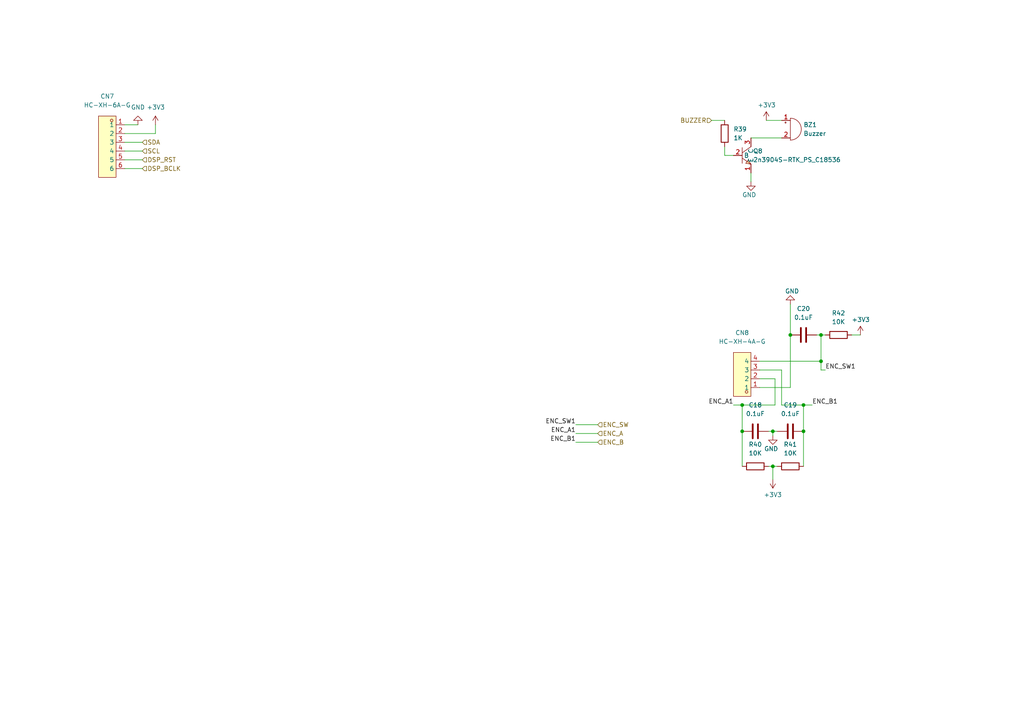
<source format=kicad_sch>
(kicad_sch (version 20230121) (generator eeschema)
  (paper "A4")
  (lib_symbols
    (symbol "Device:Buzzer" (pin_names (offset 0.0254) hide)
      (property "Reference" "BZ" (at 3.81 1.27 0))
      (property "Value" "Buzzer" (at 3.81 -1.27 0))
      (symbol "Buzzer_0_1"
        (arc (start 0 -3.175) (mid 3.1612 0) (end 0 3.175))
        (polyline (pts (xy -1.651 1.905) (xy -1.143 1.905)))
        (polyline (pts (xy -1.397 2.159) (xy -1.397 1.651)))
        (polyline (pts (xy 0 3.175) (xy 0 -3.175)))
      )
      (symbol "Buzzer_1_1"
        (pin passive line (at -2.54 2.54 0) (length 2.54) (name "-") (number "1"))
        (pin passive line (at -2.54 -2.54 0) (length 2.54) (name "+") (number "2"))
      )
    )
    (symbol "Device:C" (pin_numbers hide) (pin_names (offset 0.254))
      (property "Reference" "C" (at 0.635 2.54 0))
      (property "Value" "C" (at 0.635 -2.54 0))
      (symbol "C_0_1"
        (polyline (pts (xy -2.032 -0.762) (xy 2.032 -0.762)) (stroke (width 0.508)))
        (polyline (pts (xy -2.032 0.762) (xy 2.032 0.762)) (stroke (width 0.508)))
      )
      (symbol "C_1_1"
        (pin passive line (at 0 3.81 270) (length 2.794) (name "~") (number "1"))
        (pin passive line (at 0 -3.81 90) (length 2.794) (name "~") (number "2"))
      )
    )
    (symbol "Device:R" (pin_numbers hide) (pin_names (offset 0))
      (property "Reference" "R" (at 2.032 0 90))
      (property "Value" "R" (at 0 0 90))
      (symbol "R_0_1"
        (rectangle (start -1.016 -2.54) (end 1.016 2.54) (stroke (width 0.254)))
      )
      (symbol "R_1_1"
        (pin passive line (at 0 3.81 270) (length 1.27) (name "~") (number "1"))
        (pin passive line (at 0 -3.81 90) (length 1.27) (name "~") (number "2"))
      )
    )
    (symbol "EasyEda:2n3904S-RTK_PS_C18536"
      (property "Reference" "Q" (at 0 10.16 0))
      (property "Value" "2n3904S-RTK/PS_C18536" (at 0 -10.16 0))
      (symbol "2n3904S-RTK_PS_C18536_0_1"
        (polyline (pts (xy 0 -0.76) (xy 2.54 -2.54)))
        (polyline (pts (xy 0 2.29) (xy 0 -2.29)))
        (polyline (pts (xy 2.54 2.54) (xy 0 0.76)))
        (polyline (pts (xy 2.54 -2.54) (xy 1.78 -1.27) (xy 1.02 -2.29) (xy 2.54 -2.54)) (fill (type background)))
        (pin input line (at 2.54 -5.08 90) (length 2.54) (name "E") (number "1"))
        (pin input line (at -2.54 0 0) (length 2.54) (name "B") (number "2"))
        (pin input line (at 2.54 5.08 270) (length 2.54) (name "C") (number "3"))
      )
    )
    (symbol "EasyEda:HC-XH-4A-G"
      (property "Reference" "CN" (at 0 8.89 0))
      (property "Value" "HC-XH-4A-G" (at 0 -8.89 0))
      (symbol "HC-XH-4A-G_0_1"
        (rectangle (start -2.54 6.35) (end 2.54 -6.35) (fill (type background)))
        (circle (center -1.27 5.08) (radius 0.38))
        (pin unspecified line (at -5.08 3.81 0) (length 2.54) (name "1") (number "1"))
        (pin unspecified line (at -5.08 1.27 0) (length 2.54) (name "2") (number "2"))
        (pin unspecified line (at -5.08 -1.27 0) (length 2.54) (name "3") (number "3"))
        (pin unspecified line (at -5.08 -3.81 0) (length 2.54) (name "4") (number "4"))
      )
    )
    (symbol "EasyEda:HC-XH-6A-G"
      (property "Reference" "CN" (at 0 11.43 0))
      (property "Value" "HC-XH-6A-G" (at 0 -11.43 0))
      (symbol "HC-XH-6A-G_0_1"
        (rectangle (start -2.54 8.89) (end 2.54 -8.89) (fill (type background)))
        (circle (center -1.27 7.62) (radius 0.38))
        (pin unspecified line (at -5.08 6.35 0) (length 2.54) (name "1") (number "1"))
        (pin unspecified line (at -5.08 3.81 0) (length 2.54) (name "2") (number "2"))
        (pin unspecified line (at -5.08 1.27 0) (length 2.54) (name "3") (number "3"))
        (pin unspecified line (at -5.08 -1.27 0) (length 2.54) (name "4") (number "4"))
        (pin unspecified line (at -5.08 -3.81 0) (length 2.54) (name "5") (number "5"))
        (pin unspecified line (at -5.08 -6.35 0) (length 2.54) (name "6") (number "6"))
      )
    )
    (symbol "power:+3V3" (power) (pin_names (offset 0))
      (property "Value" "+3V3" (at 0 3.556 0))
      (symbol "+3V3_0_1"
        (polyline (pts (xy -0.762 1.27) (xy 0 2.54)))
        (polyline (pts (xy 0 0) (xy 0 2.54)))
        (polyline (pts (xy 0 2.54) (xy 0.762 1.27)))
      )
      (symbol "+3V3_1_1"
        (pin power_in line (at 0 0 90) (length 0) hide (name "+3V3") (number "1"))
      )
    )
    (symbol "power:GND" (power) (pin_names (offset 0))
      (property "Value" "GND" (at 0 -3.81 0))
      (symbol "GND_0_1"
        (polyline (pts (xy 0 0) (xy 0 -1.27) (xy 1.27 -1.27) (xy 0 -2.54) (xy -1.27 -1.27) (xy 0 -1.27)))
      )
      (symbol "GND_1_1"
        (pin power_in line (at 0 0 270) (length 0) hide (name "GND") (number "1"))
      )
    )
  )
  (junction (at 224.155 135.255))
  (junction (at 215.265 125.095))
  (junction (at 233.045 117.475))
  (junction (at 224.155 125.095))
  (junction (at 238.125 97.155))
  (junction (at 229.235 97.155))
  (junction (at 238.125 104.775))
  (junction (at 233.045 125.095))
  (junction (at 215.265 117.475))
  (wire (pts (xy 167.005 128.27) (xy 173.355 128.27)))
  (wire (pts (xy 249.555 97.155) (xy 247.015 97.155)))
  (wire (pts (xy 215.265 117.475) (xy 224.79 117.475)))
  (wire (pts (xy 215.265 125.095) (xy 215.265 135.255)))
  (wire (pts (xy 224.155 125.095) (xy 224.155 126.365)))
  (wire (pts (xy 233.045 125.095) (xy 233.045 135.255)))
  (wire (pts (xy 224.155 135.255) (xy 225.425 135.255)))
  (wire (pts (xy 236.855 97.155) (xy 238.125 97.155)))
  (wire (pts (xy 229.235 97.155) (xy 229.235 88.265)))
  (wire (pts (xy 210.185 42.545) (xy 210.185 45.085)))
  (wire (pts (xy 222.885 125.095) (xy 224.155 125.095)))
  (wire (pts (xy 36.195 43.815) (xy 41.275 43.815)))
  (wire (pts (xy 233.045 125.095) (xy 233.045 117.475)))
  (wire (pts (xy 238.125 97.155) (xy 238.125 104.775)))
  (wire (pts (xy 233.045 117.475) (xy 235.585 117.475)))
  (wire (pts (xy 238.125 97.155) (xy 239.395 97.155)))
  (wire (pts (xy 167.005 123.19) (xy 173.355 123.19)))
  (wire (pts (xy 220.345 104.775) (xy 238.125 104.775)))
  (wire (pts (xy 238.125 104.775) (xy 238.125 107.315)))
  (wire (pts (xy 217.805 40.005) (xy 226.695 40.005)))
  (wire (pts (xy 217.805 50.165) (xy 217.805 52.705)))
  (wire (pts (xy 224.155 135.255) (xy 224.155 139.065)))
  (wire (pts (xy 36.195 38.735) (xy 45.085 38.735)))
  (wire (pts (xy 224.79 109.855) (xy 224.79 117.475)))
  (wire (pts (xy 222.25 34.925) (xy 226.695 34.925)))
  (wire (pts (xy 220.345 112.395) (xy 229.235 112.395)))
  (wire (pts (xy 220.345 109.855) (xy 224.79 109.855)))
  (wire (pts (xy 206.375 34.925) (xy 210.185 34.925)))
  (wire (pts (xy 229.235 112.395) (xy 229.235 97.155)))
  (wire (pts (xy 238.125 107.315) (xy 239.395 107.315)))
  (wire (pts (xy 226.695 107.315) (xy 226.695 117.475)))
  (wire (pts (xy 36.195 36.195) (xy 40.005 36.195)))
  (wire (pts (xy 36.195 41.275) (xy 41.275 41.275)))
  (wire (pts (xy 222.885 135.255) (xy 224.155 135.255)))
  (wire (pts (xy 215.265 117.475) (xy 215.265 125.095)))
  (wire (pts (xy 210.185 45.085) (xy 212.725 45.085)))
  (wire (pts (xy 220.345 107.315) (xy 226.695 107.315)))
  (wire (pts (xy 41.275 48.895) (xy 36.195 48.895)))
  (wire (pts (xy 167.005 125.73) (xy 173.355 125.73)))
  (wire (pts (xy 36.195 46.355) (xy 41.275 46.355)))
  (wire (pts (xy 212.725 117.475) (xy 215.265 117.475)))
  (wire (pts (xy 45.085 38.735) (xy 45.085 36.195)))
  (wire (pts (xy 224.155 125.095) (xy 225.425 125.095)))
  (wire (pts (xy 233.045 117.475) (xy 226.695 117.475)))
  (label "ENC_B1" (at 235.585 117.475 0))
  (label "ENC_SW1" (at 167.005 123.19 180))
  (label "ENC_A1" (at 167.005 125.73 180))
  (label "ENC_SW1" (at 239.395 107.315 0))
  (label "ENC_B1" (at 167.005 128.27 180))
  (label "ENC_A1" (at 212.725 117.475 180))
  (hierarchical_label "DSP_BCLK" (shape input) (at 41.275 48.895 0))
  (hierarchical_label "ENC_B" (shape input) (at 173.355 128.27 0))
  (hierarchical_label "ENC_A" (shape input) (at 173.355 125.73 0))
  (hierarchical_label "SDA" (shape input) (at 41.275 41.275 0))
  (hierarchical_label "BUZZER" (shape input) (at 206.375 34.925 180))
  (hierarchical_label "DSP_RST" (shape input) (at 41.275 46.355 0))
  (hierarchical_label "ENC_SW" (shape input) (at 173.355 123.19 0))
  (hierarchical_label "SCL" (shape input) (at 41.275 43.815 0))
  (symbol (lib_id "power:+3V3") (at 249.555 97.155 0) (unit 1)
    (property "Reference" "#PWR056" (effects hide))
    (property "Value" "+3V3" (at 247.015 92.71 0) (effects (justify left)))
  )
  (symbol (lib_id "EasyEda:HC-XH-4A-G") (at 215.265 108.585 180) (unit 1)
    (property "Reference" "CN8" (at 215.265 96.52 0))
    (property "Value" "HC-XH-4A-G" (at 215.265 99.06 0))
    (property "Footprint" "easyeda2kicad:CONN-TH_4P-P2.50_HC-XH-4A-G" (effects hide))
    (property "Manufacturer" "HCTL(华灿天禄)" (effects hide))
    (property "LCSC Part" "C5341203" (effects hide))
    (property "JLC Part" "Extended Part" (effects hide))
  )
  (symbol (lib_id "power:GND") (at 217.805 52.705 0) (unit 1)
    (property "Reference" "#PWR051" (effects hide))
    (property "Value" "GND" (at 215.265 56.515 0) (effects (justify left)))
  )
  (symbol (lib_id "power:GND") (at 40.005 36.195 180) (unit 1)
    (property "Reference" "#PWR049" (effects hide))
    (property "Value" "GND" (at 40.005 31.115 0))
  )
  (symbol (lib_id "Device:C") (at 229.235 125.095 90) (unit 1)
    (property "Reference" "C19" (at 229.235 117.475 90))
    (property "Value" "0.1uF" (at 229.235 120.015 90))
    (property "Footprint" "Capacitor_SMD:C_1206_3216Metric_Pad1.33x1.80mm_HandSolder" (effects hide))
  )
  (symbol (lib_id "Device:R") (at 243.205 97.155 90) (unit 1)
    (property "Reference" "R42" (at 243.205 90.805 90))
    (property "Value" "10K" (at 243.205 93.345 90))
    (property "Footprint" "Resistor_SMD:R_1206_3216Metric_Pad1.30x1.75mm_HandSolder" (effects hide))
  )
  (symbol (lib_id "power:+3V3") (at 224.155 139.065 180) (unit 1)
    (property "Reference" "#PWR054" (effects hide))
    (property "Value" "+3V3" (at 224.155 143.51 0))
  )
  (symbol (lib_id "Device:R") (at 219.075 135.255 90) (unit 1)
    (property "Reference" "R40" (at 219.075 128.905 90))
    (property "Value" "10K" (at 219.075 131.445 90))
    (property "Footprint" "Resistor_SMD:R_1206_3216Metric_Pad1.30x1.75mm_HandSolder" (effects hide))
  )
  (symbol (lib_id "Device:R") (at 210.185 38.735 180) (unit 1)
    (property "Reference" "R39" (at 212.725 37.4649 0) (effects (justify right)))
    (property "Value" "1K" (at 212.725 40.0049 0) (effects (justify right)))
    (property "Footprint" "Resistor_SMD:R_1206_3216Metric_Pad1.30x1.75mm_HandSolder" (effects hide))
  )
  (symbol (lib_id "power:GND") (at 224.155 126.365 0) (unit 1)
    (property "Reference" "#PWR053" (effects hide))
    (property "Value" "GND" (at 221.615 130.175 0) (effects (justify left)))
  )
  (symbol (lib_id "power:GND") (at 229.235 88.265 180) (unit 1)
    (property "Reference" "#PWR055" (effects hide))
    (property "Value" "GND" (at 231.775 84.455 0) (effects (justify left)))
  )
  (symbol (lib_id "power:+3V3") (at 45.085 36.195 0) (unit 1)
    (property "Reference" "#PWR050" (effects hide))
    (property "Value" "+3V3" (at 42.545 31.115 0) (effects (justify left)))
  )
  (symbol (lib_id "Device:Buzzer") (at 229.235 37.465 0) (unit 1)
    (property "Reference" "BZ1" (at 233.045 36.1949 0) (effects (justify left)))
    (property "Value" "Buzzer" (at 233.045 38.7349 0) (effects (justify left)))
    (property "Footprint" "Buzzer_Beeper:Buzzer_12x9.5RM7.6" (effects hide))
  )
  (symbol (lib_id "EasyEda:2n3904S-RTK_PS_C18536") (at 215.265 45.085 0) (unit 1)
    (property "Reference" "Q8" (at 218.44 43.8149 0) (effects (justify left)))
    (property "Value" "2n3904S-RTK_PS_C18536" (at 218.44 46.3549 0) (effects (justify left)))
    (property "Footprint" "easyeda2kicad:SOT-23-3_L2.9-W1.3-P1.90-LS2.4-TR" (effects hide))
    (property "Datasheet" "https://lcsc.com/product-detail/Transistors-NPN-PNP_KEC_2n3904S-RTK-P_2n3904S-RTK-P_C18536.html" (effects hide))
    (property "Manufacturer" "KEC" (effects hide))
    (property "LCSC Part" "C18536" (effects hide))
    (property "JLC Part" "Extended Part" (effects hide))
  )
  (symbol (lib_id "Device:R") (at 229.235 135.255 90) (unit 1)
    (property "Reference" "R41" (at 229.235 128.905 90))
    (property "Value" "10K" (at 229.235 131.445 90))
    (property "Footprint" "Resistor_SMD:R_1206_3216Metric_Pad1.30x1.75mm_HandSolder" (effects hide))
  )
  (symbol (lib_id "Device:C") (at 233.045 97.155 270) (unit 1)
    (property "Reference" "C20" (at 233.045 89.535 90))
    (property "Value" "0.1uF" (at 233.045 92.075 90))
    (property "Footprint" "Capacitor_SMD:C_1206_3216Metric_Pad1.33x1.80mm_HandSolder" (effects hide))
  )
  (symbol (lib_id "Device:C") (at 219.075 125.095 90) (unit 1)
    (property "Reference" "C18" (at 219.075 117.475 90))
    (property "Value" "0.1uF" (at 219.075 120.015 90))
    (property "Footprint" "Capacitor_SMD:C_1206_3216Metric_Pad1.33x1.80mm_HandSolder" (effects hide))
  )
  (symbol (lib_id "power:+3V3") (at 222.25 34.925 0) (unit 1)
    (property "Reference" "#PWR052" (effects hide))
    (property "Value" "+3V3" (at 219.71 30.48 0) (effects (justify left)))
  )
  (symbol (lib_id "EasyEda:HC-XH-6A-G") (at 31.115 42.545 0) (mirror y) (unit 1)
    (property "Reference" "CN7" (at 31.115 27.94 0))
    (property "Value" "HC-XH-6A-G" (at 31.115 30.48 0))
    (property "Footprint" "easyeda2kicad:CONN-TH_6P-P2.50_HC-XH-6A-G" (effects hide))
    (property "Manufacturer" "HCTL(华灿天禄)" (effects hide))
    (property "LCSC Part" "C5341205" (effects hide))
  )
)
</source>
